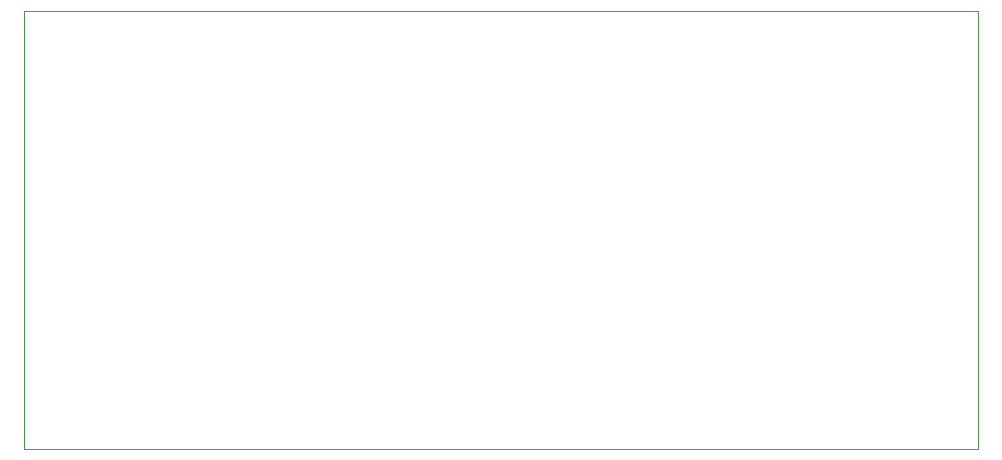
<source format=gbr>
%TF.GenerationSoftware,KiCad,Pcbnew,8.0.4*%
%TF.CreationDate,2024-10-27T11:38:08-06:00*%
%TF.ProjectId,SnakeTank,536e616b-6554-4616-9e6b-2e6b69636164,rev?*%
%TF.SameCoordinates,Original*%
%TF.FileFunction,Profile,NP*%
%FSLAX46Y46*%
G04 Gerber Fmt 4.6, Leading zero omitted, Abs format (unit mm)*
G04 Created by KiCad (PCBNEW 8.0.4) date 2024-10-27 11:38:08*
%MOMM*%
%LPD*%
G01*
G04 APERTURE LIST*
%TA.AperFunction,Profile*%
%ADD10C,0.050000*%
%TD*%
G04 APERTURE END LIST*
D10*
X17994000Y-24130000D02*
X98766000Y-24130000D01*
X98766000Y-61214000D01*
X17994000Y-61214000D01*
X17994000Y-24130000D01*
M02*

</source>
